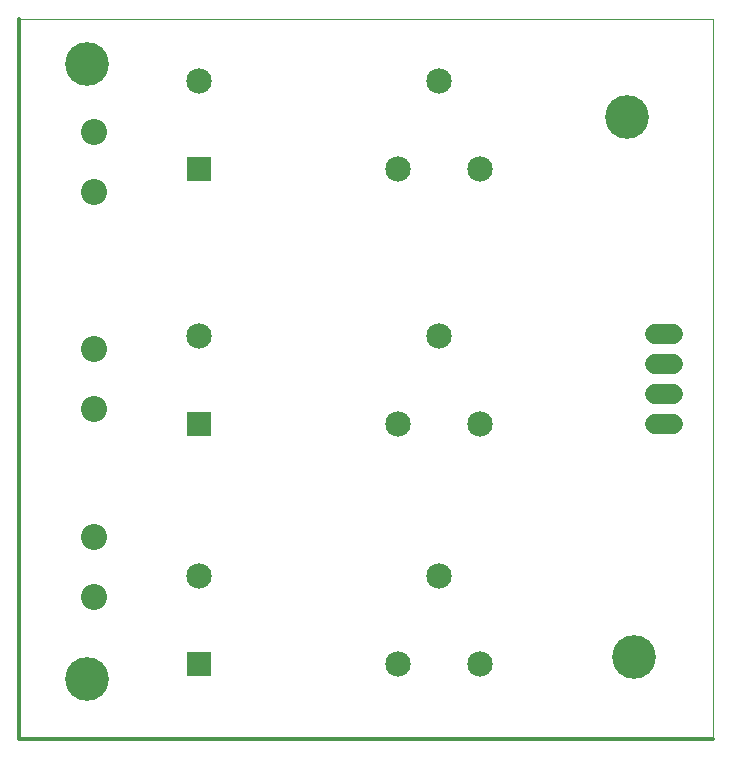
<source format=gts>
G04 EAGLE Gerber RS-274X export*
G75*
%MOMM*%
%FSLAX34Y34*%
%LPD*%
%INSolderstop Top*%
%IPPOS*%
%AMOC8*
5,1,8,0,0,1.08239X$1,22.5*%
G01*
%ADD10C,0.304800*%
%ADD11C,0.000000*%
%ADD12C,3.703200*%
%ADD13C,2.153200*%
%ADD14R,2.153200X2.153200*%
%ADD15C,1.711200*%
%ADD16C,2.203200*%


D10*
X0Y0D02*
X587250Y0D01*
D11*
X587250Y609500D01*
X0Y609500D01*
D10*
X0Y0D01*
D12*
X57150Y571500D03*
X57150Y50800D03*
X520700Y69850D03*
X514350Y527050D03*
D13*
X355400Y138500D03*
X320400Y63500D03*
X390400Y63500D03*
D14*
X152400Y63500D03*
D13*
X152400Y138500D03*
X355400Y557600D03*
X320400Y482600D03*
X390400Y482600D03*
D14*
X152400Y482600D03*
D13*
X152400Y557600D03*
X355400Y341700D03*
X320400Y266700D03*
X390400Y266700D03*
D14*
X152400Y266700D03*
D13*
X152400Y341700D03*
D15*
X538560Y342900D02*
X553640Y342900D01*
X553640Y317500D02*
X538560Y317500D01*
X538560Y292100D02*
X553640Y292100D01*
X553640Y266700D02*
X538560Y266700D01*
D16*
X63250Y120439D03*
X63250Y171239D03*
X63250Y463339D03*
X63250Y514139D03*
X63250Y279189D03*
X63250Y329989D03*
M02*

</source>
